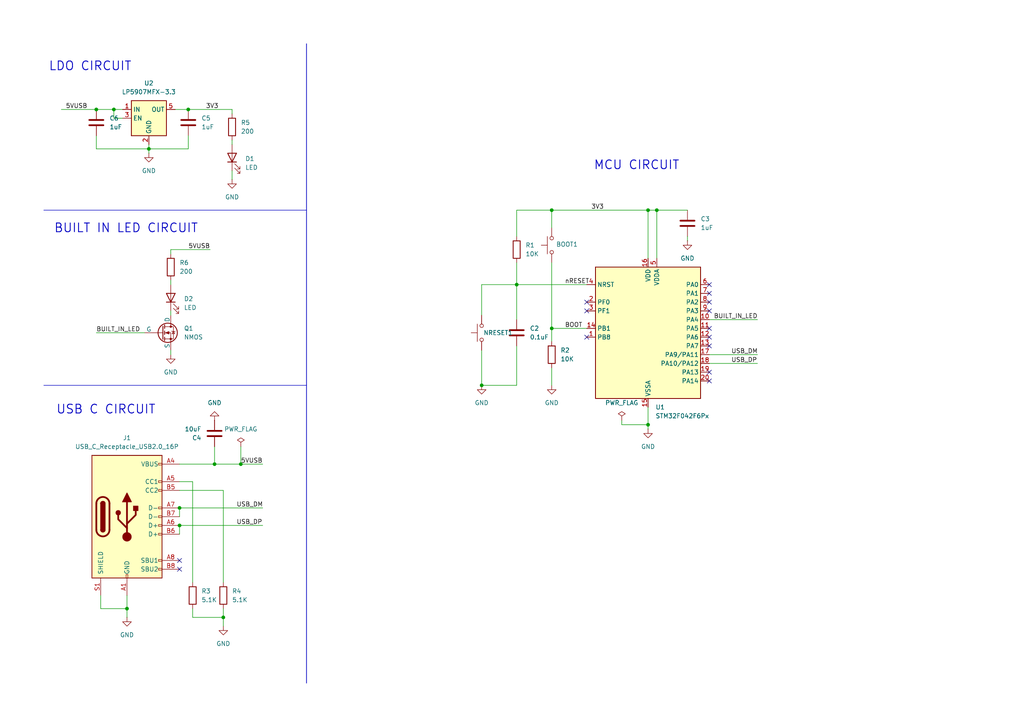
<source format=kicad_sch>
(kicad_sch (version 20250114) (generator "eeschema") (generator_version "9.0")
  (paper "A4")
  (title_block (title "CUSTOM STM32F04 BOARD") (date "2025-12-07") (rev "1") (comment 1 "By PUTSHU LUNGHE Samuel"))
  (lib_symbols
    (symbol "Connector:USB_C_Receptacle_USB2.0_16P" (pin_names (offset 1.016))
      (property "Reference" "J" (at 0 22.225 0))
      (property "Value" "USB_C_Receptacle_USB2.0_16P" (at 0 19.685 0))
      (symbol "USB_C_Receptacle_USB2.0_16P_0_0"
        (rectangle (start -0.254 -17.78) (end 0.254 -16.764))
        (rectangle (start 10.16 15.494) (end 9.144 14.986))
        (rectangle (start 10.16 10.414) (end 9.144 9.906))
        (rectangle (start 10.16 7.874) (end 9.144 7.366))
        (rectangle (start 10.16 2.794) (end 9.144 2.286))
        (rectangle (start 10.16 0.254) (end 9.144 -0.254))
        (rectangle (start 10.16 -2.286) (end 9.144 -2.794))
        (rectangle (start 10.16 -4.826) (end 9.144 -5.334))
        (rectangle (start 10.16 -12.446) (end 9.144 -12.954))
        (rectangle (start 10.16 -14.986) (end 9.144 -15.494))
      )
      (symbol "USB_C_Receptacle_USB2.0_16P_0_1"
        (rectangle (start -10.16 17.78) (end 10.16 -17.78) (stroke (width 0.254)) (fill (type background)))
        (polyline (pts (xy -8.89 -3.81) (xy -8.89 3.81)) (stroke (width 0.508)))
        (rectangle (start -7.62 -3.81) (end -6.35 3.81) (stroke (width 0.254)) (fill (type outline)))
        (arc (start -7.62 3.81) (mid -6.985 4.4423) (end -6.35 3.81) (stroke (width 0.254)))
        (arc (start -7.62 3.81) (mid -6.985 4.4423) (end -6.35 3.81) (stroke (width 0.254)) (fill (type outline)))
        (arc (start -8.89 3.81) (mid -6.985 5.7067) (end -5.08 3.81) (stroke (width 0.508)))
        (arc (start -5.08 -3.81) (mid -6.985 -5.7067) (end -8.89 -3.81) (stroke (width 0.508)))
        (arc (start -6.35 -3.81) (mid -6.985 -4.4423) (end -7.62 -3.81) (stroke (width 0.254)))
        (arc (start -6.35 -3.81) (mid -6.985 -4.4423) (end -7.62 -3.81) (stroke (width 0.254)) (fill (type outline)))
        (polyline (pts (xy -5.08 3.81) (xy -5.08 -3.81)) (stroke (width 0.508)))
        (circle (center -2.54 1.143) (radius 0.635) (stroke (width 0.254)) (fill (type outline)))
        (polyline (pts (xy -1.27 4.318) (xy 0 6.858) (xy 1.27 4.318) (xy -1.27 4.318)) (stroke (width 0.254)) (fill (type outline)))
        (polyline (pts (xy 0 -2.032) (xy 2.54 0.508) (xy 2.54 1.778)) (stroke (width 0.508)))
        (polyline (pts (xy 0 -3.302) (xy -2.54 -0.762) (xy -2.54 0.508)) (stroke (width 0.508)))
        (polyline (pts (xy 0 -5.842) (xy 0 4.318)) (stroke (width 0.508)))
        (circle (center 0 -5.842) (radius 1.27) (fill (type outline)))
        (rectangle (start 1.905 1.778) (end 3.175 3.048) (stroke (width 0.254)) (fill (type outline)))
      )
      (symbol "USB_C_Receptacle_USB2.0_16P_1_1"
        (pin passive line (at -7.62 -22.86 90) (length 5.08) (name "SHIELD") (number "S1"))
        (pin passive line (at 0 -22.86 90) (length 5.08) (name "GND") (number "A1"))
        (pin passive line (at 0 -22.86 90) (length 5.08) (hide yes) (name "GND") (number "A12"))
        (pin passive line (at 0 -22.86 90) (length 5.08) (hide yes) (name "GND") (number "B1"))
        (pin passive line (at 0 -22.86 90) (length 5.08) (hide yes) (name "GND") (number "B12"))
        (pin passive line (at 15.24 15.24 180) (length 5.08) (name "VBUS") (number "A4"))
        (pin passive line (at 15.24 15.24 180) (length 5.08) (hide yes) (name "VBUS") (number "A9"))
        (pin passive line (at 15.24 15.24 180) (length 5.08) (hide yes) (name "VBUS") (number "B4"))
        (pin passive line (at 15.24 15.24 180) (length 5.08) (hide yes) (name "VBUS") (number "B9"))
        (pin bidirectional line (at 15.24 10.16 180) (length 5.08) (name "CC1") (number "A5"))
        (pin bidirectional line (at 15.24 7.62 180) (length 5.08) (name "CC2") (number "B5"))
        (pin bidirectional line (at 15.24 2.54 180) (length 5.08) (name "D-") (number "A7"))
        (pin bidirectional line (at 15.24 0 180) (length 5.08) (name "D-") (number "B7"))
        (pin bidirectional line (at 15.24 -2.54 180) (length 5.08) (name "D+") (number "A6"))
        (pin bidirectional line (at 15.24 -5.08 180) (length 5.08) (name "D+") (number "B6"))
        (pin bidirectional line (at 15.24 -12.7 180) (length 5.08) (name "SBU1") (number "A8"))
        (pin bidirectional line (at 15.24 -15.24 180) (length 5.08) (name "SBU2") (number "B8"))
      )
    )
    (symbol "Device:C" (pin_numbers (hide yes)) (pin_names (offset 0.254))
      (property "Reference" "C" (at 0.635 2.54 0))
      (property "Value" "C" (at 0.635 -2.54 0))
      (symbol "C_0_1"
        (polyline (pts (xy -2.032 0.762) (xy 2.032 0.762)) (stroke (width 0.508)))
        (polyline (pts (xy -2.032 -0.762) (xy 2.032 -0.762)) (stroke (width 0.508)))
      )
      (symbol "C_1_1"
        (pin passive line (at 0 3.81 270) (length 2.794) (name "~") (number "1"))
        (pin passive line (at 0 -3.81 90) (length 2.794) (name "~") (number "2"))
      )
    )
    (symbol "Device:LED" (pin_numbers (hide yes)) (pin_names (offset 1.016) (hide yes))
      (property "Reference" "D" (at 0 2.54 0))
      (property "Value" "LED" (at 0 -2.54 0))
      (symbol "LED_0_1"
        (polyline (pts (xy -3.048 -0.762) (xy -4.572 -2.286) (xy -3.81 -2.286) (xy -4.572 -2.286) (xy -4.572 -1.524)))
        (polyline (pts (xy -1.778 -0.762) (xy -3.302 -2.286) (xy -2.54 -2.286) (xy -3.302 -2.286) (xy -3.302 -1.524)))
        (polyline (pts (xy -1.27 0) (xy 1.27 0)))
        (polyline (pts (xy -1.27 -1.27) (xy -1.27 1.27)) (stroke (width 0.254)))
        (polyline (pts (xy 1.27 -1.27) (xy 1.27 1.27) (xy -1.27 0) (xy 1.27 -1.27)) (stroke (width 0.254)))
      )
      (symbol "LED_1_1"
        (pin passive line (at -3.81 0 0) (length 2.54) (name "K") (number "1"))
        (pin passive line (at 3.81 0 180) (length 2.54) (name "A") (number "2"))
      )
    )
    (symbol "Device:R" (pin_numbers (hide yes)) (pin_names (offset 0))
      (property "Reference" "R" (at 2.032 0 90))
      (property "Value" "R" (at 0 0 90))
      (symbol "R_0_1"
        (rectangle (start -1.016 -2.54) (end 1.016 2.54) (stroke (width 0.254)))
      )
      (symbol "R_1_1"
        (pin passive line (at 0 3.81 270) (length 1.27) (name "~") (number "1"))
        (pin passive line (at 0 -3.81 90) (length 1.27) (name "~") (number "2"))
      )
    )
    (symbol "MCU_ST_STM32F0:STM32F042F6Px"
      (property "Reference" "U" (at -15.24 21.59 0))
      (property "Value" "STM32F042F6Px" (at 5.08 21.59 0))
      (symbol "STM32F042F6Px_0_1"
        (rectangle (start -15.24 -17.78) (end 15.24 20.32) (stroke (width 0.254)) (fill (type background)))
      )
      (symbol "STM32F042F6Px_1_1"
        (pin input line (at -17.78 15.24 0) (length 2.54) (name "NRST") (number "4"))
        (pin bidirectional line (at -17.78 10.16 0) (length 2.54) (name "PF0") (number "2"))
        (pin bidirectional line (at -17.78 7.62 0) (length 2.54) (name "PF1") (number "3"))
        (pin bidirectional line (at -17.78 2.54 0) (length 2.54) (name "PB1") (number "14"))
        (pin bidirectional line (at -17.78 0 0) (length 2.54) (name "PB8") (number "1"))
        (pin power_in line (at 0 22.86 270) (length 2.54) (name "VDD") (number "16"))
        (pin power_in line (at 0 -20.32 90) (length 2.54) (name "VSSA") (number "15"))
        (pin power_in line (at 2.54 22.86 270) (length 2.54) (name "VDDA") (number "5"))
        (pin bidirectional line (at 17.78 15.24 180) (length 2.54) (name "PA0") (number "6"))
        (pin bidirectional line (at 17.78 12.7 180) (length 2.54) (name "PA1") (number "7"))
        (pin bidirectional line (at 17.78 10.16 180) (length 2.54) (name "PA2") (number "8"))
        (pin bidirectional line (at 17.78 7.62 180) (length 2.54) (name "PA3") (number "9"))
        (pin bidirectional line (at 17.78 5.08 180) (length 2.54) (name "PA4") (number "10"))
        (pin bidirectional line (at 17.78 2.54 180) (length 2.54) (name "PA5") (number "11"))
        (pin bidirectional line (at 17.78 0 180) (length 2.54) (name "PA6") (number "12"))
        (pin bidirectional line (at 17.78 -2.54 180) (length 2.54) (name "PA7") (number "13"))
        (pin bidirectional line (at 17.78 -5.08 180) (length 2.54) (name "PA9/PA11") (number "17"))
        (pin bidirectional line (at 17.78 -7.62 180) (length 2.54) (name "PA10/PA12") (number "18"))
        (pin bidirectional line (at 17.78 -10.16 180) (length 2.54) (name "PA13") (number "19"))
        (pin bidirectional line (at 17.78 -12.7 180) (length 2.54) (name "PA14") (number "20"))
      )
    )
    (symbol "Regulator_Linear:LP5907MFX-3.3"
      (property "Reference" "U" (at -3.81 6.35 0))
      (property "Value" "LP5907MFX-3.3" (at 6.35 6.35 0))
      (symbol "LP5907MFX-3.3_0_1"
        (rectangle (start -5.08 -5.08) (end 5.08 5.08) (stroke (width 0.254)) (fill (type background)))
        (pin power_in line (at -7.62 2.54 0) (length 2.54) (name "IN") (number "1"))
        (pin input line (at -7.62 0 0) (length 2.54) (name "EN") (number "3"))
        (pin power_in line (at 0 -7.62 90) (length 2.54) (name "GND") (number "2"))
        (pin no_connect line (at 5.08 0 180) (length 2.54) (hide yes) (name "NC") (number "4"))
        (pin power_out line (at 7.62 2.54 180) (length 2.54) (name "OUT") (number "5"))
      )
    )
    (symbol "Simulation_SPICE:NMOS" (pin_numbers (hide yes)) (pin_names (offset 0))
      (property "Reference" "Q" (at 5.08 1.27 0))
      (property "Value" "NMOS" (at 5.08 -1.27 0))
      (symbol "NMOS_0_1"
        (polyline (pts (xy 0.254 1.905) (xy 0.254 -1.905)) (stroke (width 0.254)))
        (polyline (pts (xy 0.254 0) (xy -2.54 0)))
        (polyline (pts (xy 0.762 2.286) (xy 0.762 1.27)) (stroke (width 0.254)))
        (polyline (pts (xy 0.762 0.508) (xy 0.762 -0.508)) (stroke (width 0.254)))
        (polyline (pts (xy 0.762 -1.27) (xy 0.762 -2.286)) (stroke (width 0.254)))
        (polyline (pts (xy 0.762 -1.778) (xy 3.302 -1.778) (xy 3.302 1.778) (xy 0.762 1.778)))
        (polyline (pts (xy 1.016 0) (xy 2.032 0.381) (xy 2.032 -0.381) (xy 1.016 0)) (fill (type outline)))
        (circle (center 1.651 0) (radius 2.794) (stroke (width 0.254)))
        (polyline (pts (xy 2.54 2.54) (xy 2.54 1.778)))
        (circle (center 2.54 1.778) (radius 0.254) (fill (type outline)))
        (circle (center 2.54 -1.778) (radius 0.254) (fill (type outline)))
        (polyline (pts (xy 2.54 -2.54) (xy 2.54 0) (xy 0.762 0)))
        (polyline (pts (xy 2.794 0.508) (xy 2.921 0.381) (xy 3.683 0.381) (xy 3.81 0.254)))
        (polyline (pts (xy 3.302 0.381) (xy 2.921 -0.254) (xy 3.683 -0.254) (xy 3.302 0.381)))
      )
      (symbol "NMOS_1_1"
        (pin input line (at -5.08 0 0) (length 2.54) (name "G") (number "2"))
        (pin passive line (at 2.54 5.08 270) (length 2.54) (name "D") (number "1"))
        (pin passive line (at 2.54 -5.08 90) (length 2.54) (name "S") (number "3"))
      )
    )
    (symbol "Switch:SW_Push" (pin_numbers (hide yes)) (pin_names (offset 1.016) (hide yes))
      (property "Reference" "SW" (at 1.27 2.54 0))
      (property "Value" "SW_Push" (at 0 -1.524 0))
      (symbol "SW_Push_0_1"
        (circle (center -2.032 0) (radius 0.508))
        (polyline (pts (xy 0 1.27) (xy 0 3.048)))
        (circle (center 2.032 0) (radius 0.508))
        (polyline (pts (xy 2.54 1.27) (xy -2.54 1.27)))
        (pin passive line (at -5.08 0 0) (length 2.54) (name "1") (number "1"))
        (pin passive line (at 5.08 0 180) (length 2.54) (name "2") (number "2"))
      )
    )
    (symbol "power:GND" (power) (pin_numbers (hide yes)) (pin_names (offset 0) (hide yes))
      (property "Value" "GND" (at 0 -3.81 0))
      (symbol "GND_0_1"
        (polyline (pts (xy 0 0) (xy 0 -1.27) (xy 1.27 -1.27) (xy 0 -2.54) (xy -1.27 -1.27) (xy 0 -1.27)))
      )
      (symbol "GND_1_1"
        (pin power_in line (at 0 0 270) (length 0) (name "~") (number "1"))
      )
    )
    (symbol "power:PWR_FLAG" (power) (pin_numbers (hide yes)) (pin_names (offset 0) (hide yes))
      (property "Value" "PWR_FLAG" (at 0 3.81 0))
      (symbol "PWR_FLAG_0_0"
        (pin power_out line (at 0 0 90) (length 0) (name "~") (number "1"))
      )
      (symbol "PWR_FLAG_0_1"
        (polyline (pts (xy 0 0) (xy 0 1.27) (xy -1.016 1.905) (xy 0 2.54) (xy 1.016 1.905) (xy 0 1.27)))
      )
    )
  )
  (text "LDO CIRCUIT" (at 26.162 19.304 0) (effects (font (size 2.54 2.54) (thickness 0.254) (bold yes))))
  (text "MCU CIRCUIT" (at 184.658 48.006 0) (effects (font (size 2.54 2.54) (thickness 0.254) (bold yes))))
  (text "BUILT IN LED CIRCUIT" (at 36.576 66.294 0) (effects (font (size 2.54 2.54) (thickness 0.254) (bold yes))))
  (text "USB C CIRCUIT" (at 30.734 118.872 0) (effects (font (size 2.54 2.54) (thickness 0.254) (bold yes))))
  (junction (at 52.07 147.32))
  (junction (at 160.02 95.25))
  (junction (at 43.18 43.18))
  (junction (at 160.02 60.96))
  (junction (at 54.61 31.75))
  (junction (at 187.96 123.19))
  (junction (at 62.23 134.62))
  (junction (at 33.02 31.75))
  (junction (at 69.85 134.62))
  (junction (at 27.94 31.75))
  (junction (at 52.07 152.4))
  (junction (at 64.77 179.07))
  (junction (at 36.83 176.53))
  (junction (at 139.7 111.76))
  (junction (at 187.96 60.96))
  (junction (at 190.5 60.96))
  (junction (at 149.86 82.55))
  (no_connect (at 205.74 110.49))
  (no_connect (at 205.74 82.55))
  (no_connect (at 170.18 97.79))
  (no_connect (at 205.74 107.95))
  (no_connect (at 205.74 87.63))
  (no_connect (at 170.18 87.63))
  (no_connect (at 52.07 162.56))
  (no_connect (at 52.07 165.1))
  (no_connect (at 205.74 90.17))
  (no_connect (at 170.18 90.17))
  (no_connect (at 205.74 97.79))
  (no_connect (at 205.74 100.33))
  (no_connect (at 205.74 85.09))
  (no_connect (at 205.74 95.25))
  (wire (pts (xy 29.21 176.53) (xy 36.83 176.53)))
  (wire (pts (xy 49.53 90.17) (xy 49.53 91.44)))
  (wire (pts (xy 33.02 34.29) (xy 33.02 31.75)))
  (wire (pts (xy 55.88 168.91) (xy 55.88 139.7)))
  (wire (pts (xy 55.88 179.07) (xy 64.77 179.07)))
  (wire (pts (xy 187.96 60.96) (xy 187.96 74.93)))
  (wire (pts (xy 64.77 176.53) (xy 64.77 179.07)))
  (wire (pts (xy 187.96 123.19) (xy 187.96 124.46)))
  (wire (pts (xy 54.61 31.75) (xy 67.31 31.75)))
  (wire (pts (xy 67.31 33.02) (xy 67.31 31.75)))
  (wire (pts (xy 29.21 172.72) (xy 29.21 176.53)))
  (wire (pts (xy 27.94 31.75) (xy 33.02 31.75)))
  (wire (pts (xy 149.86 76.2) (xy 149.86 82.55)))
  (wire (pts (xy 160.02 106.68) (xy 160.02 111.76)))
  (wire (pts (xy 27.94 96.52) (xy 41.91 96.52)))
  (wire (pts (xy 190.5 74.93) (xy 190.5 60.96)))
  (wire (pts (xy 160.02 99.06) (xy 160.02 95.25)))
  (wire (pts (xy 52.07 147.32) (xy 76.2 147.32)))
  (wire (pts (xy 149.86 82.55) (xy 170.18 82.55)))
  (wire (pts (xy 69.85 134.62) (xy 76.2 134.62)))
  (wire (pts (xy 160.02 60.96) (xy 187.96 60.96)))
  (wire (pts (xy 160.02 76.2) (xy 160.02 95.25)))
  (wire (pts (xy 52.07 147.32) (xy 52.07 149.86)))
  (wire (pts (xy 33.02 31.75) (xy 35.56 31.75)))
  (polyline (pts (xy 12.7 60.96) (xy 88.9 60.96)))
  (wire (pts (xy 205.74 105.41) (xy 219.71 105.41)))
  (wire (pts (xy 54.61 39.37) (xy 54.61 43.18)))
  (wire (pts (xy 43.18 41.91) (xy 43.18 43.18)))
  (wire (pts (xy 52.07 152.4) (xy 52.07 154.94)))
  (wire (pts (xy 180.34 121.92) (xy 180.34 123.19)))
  (wire (pts (xy 180.34 123.19) (xy 187.96 123.19)))
  (wire (pts (xy 62.23 134.62) (xy 52.07 134.62)))
  (polyline (pts (xy 12.7 111.76) (xy 88.9 111.76)))
  (wire (pts (xy 49.53 81.28) (xy 49.53 82.55)))
  (wire (pts (xy 49.53 72.39) (xy 60.96 72.39)))
  (wire (pts (xy 27.94 39.37) (xy 27.94 43.18)))
  (wire (pts (xy 160.02 60.96) (xy 160.02 66.04)))
  (wire (pts (xy 49.53 73.66) (xy 49.53 72.39)))
  (wire (pts (xy 33.02 34.29) (xy 35.56 34.29)))
  (wire (pts (xy 52.07 152.4) (xy 76.2 152.4)))
  (wire (pts (xy 27.94 43.18) (xy 43.18 43.18)))
  (wire (pts (xy 139.7 91.44) (xy 139.7 82.55)))
  (wire (pts (xy 67.31 49.53) (xy 67.31 52.07)))
  (wire (pts (xy 160.02 95.25) (xy 170.18 95.25)))
  (wire (pts (xy 149.86 68.58) (xy 149.86 60.96)))
  (wire (pts (xy 67.31 40.64) (xy 67.31 41.91)))
  (wire (pts (xy 139.7 82.55) (xy 149.86 82.55)))
  (wire (pts (xy 139.7 111.76) (xy 149.86 111.76)))
  (wire (pts (xy 199.39 69.85) (xy 199.39 68.58)))
  (wire (pts (xy 17.78 31.75) (xy 27.94 31.75)))
  (wire (pts (xy 205.74 102.87) (xy 219.71 102.87)))
  (wire (pts (xy 50.8 31.75) (xy 54.61 31.75)))
  (wire (pts (xy 36.83 176.53) (xy 36.83 179.07)))
  (wire (pts (xy 149.86 82.55) (xy 149.86 92.71)))
  (wire (pts (xy 64.77 142.24) (xy 64.77 168.91)))
  (wire (pts (xy 36.83 172.72) (xy 36.83 176.53)))
  (wire (pts (xy 149.86 100.33) (xy 149.86 111.76)))
  (wire (pts (xy 52.07 142.24) (xy 64.77 142.24)))
  (wire (pts (xy 190.5 60.96) (xy 187.96 60.96)))
  (wire (pts (xy 43.18 43.18) (xy 43.18 44.45)))
  (wire (pts (xy 55.88 176.53) (xy 55.88 179.07)))
  (wire (pts (xy 139.7 101.6) (xy 139.7 111.76)))
  (wire (pts (xy 64.77 179.07) (xy 64.77 181.61)))
  (wire (pts (xy 62.23 134.62) (xy 69.85 134.62)))
  (wire (pts (xy 205.74 92.71) (xy 219.71 92.71)))
  (wire (pts (xy 190.5 60.96) (xy 199.39 60.96)))
  (wire (pts (xy 54.61 43.18) (xy 43.18 43.18)))
  (wire (pts (xy 149.86 60.96) (xy 160.02 60.96)))
  (wire (pts (xy 62.23 129.54) (xy 62.23 134.62)))
  (wire (pts (xy 187.96 118.11) (xy 187.96 123.19)))
  (wire (pts (xy 49.53 101.6) (xy 49.53 102.87)))
  (wire (pts (xy 55.88 139.7) (xy 52.07 139.7)))
  (wire (pts (xy 69.85 129.54) (xy 69.85 134.62)))
  (polyline (pts (xy 88.9 12.7) (xy 88.9 198.12)) (stroke (width 0.2032) (type solid)))
  (label "3V3" (at 171.45 60.96 0))
  (label "nRESET" (at 163.83 82.55 0))
  (label "5VUSB" (at 19.05 31.75 0))
  (label "USB_DP" (at 68.58 152.4 0))
  (label "5VUSB" (at 54.61 72.39 0))
  (label "BOOT" (at 163.83 95.25 0))
  (label "USB_DM" (at 68.58 147.32 0))
  (label "3V3" (at 59.69 31.75 0))
  (label "BUILT_IN_LED" (at 27.94 96.52 0))
  (label "5VUSB" (at 69.85 134.62 0))
  (label "USB_DM" (at 212.09 102.87 0))
  (label "USB_DP" (at 212.09 105.41 0))
  (label "BUILT_IN_LED" (at 207.01 92.71 0))
  (symbol (lib_id "Device:C") (at 199.39 64.77 0) (unit 1)
    (property "Reference" "C3" (at 203.2 63.4999 0) (effects (justify left)))
    (property "Value" "1uF" (at 203.2 66.0399 0) (effects (justify left)))
    (property "Footprint" "Capacitor_SMD:C_0805_2012Metric" (effects (hide yes)))
    (property "Description" "Unpolarized capacitor" (effects (hide yes)))
  )
  (symbol (lib_id "Simulation_SPICE:NMOS") (at 46.99 96.52 0) (unit 1)
    (property "Reference" "Q1" (at 53.34 95.2499 0) (effects (justify left)))
    (property "Value" "NMOS" (at 53.34 97.7899 0) (effects (justify left)))
    (property "Footprint" "Package_TO_SOT_SMD:SOT-23-3" (effects (hide yes)))
    (property "Datasheet" "https://ngspice.sourceforge.io/docs/ngspice-html-manual/manual.xhtml#cha_MOSFETs" (effects (hide yes)))
    (property "Description" "N-MOSFET transistor, drain/source/gate" (effects (hide yes)))
    (property "Sim.Device" "NMOS" (effects (hide yes)))
    (property "Sim.Type" "VDMOS" (effects (hide yes)))
    (property "Sim.Pins" "1=D 2=G 3=S" (effects (hide yes)))
  )
  (symbol (lib_id "Device:R") (at 67.31 36.83 0) (unit 1)
    (property "Reference" "R5" (at 69.85 35.5599 0) (effects (justify left)))
    (property "Value" "200" (at 69.85 38.0999 0) (effects (justify left)))
    (property "Footprint" "Resistor_SMD:R_0805_2012Metric_Pad1.20x1.40mm_HandSolder" (effects (hide yes)))
    (property "Description" "Resistor" (effects (hide yes)))
  )
  (symbol (lib_id "power:GND") (at 43.18 44.45 0) (unit 1)
    (property "Reference" "#PWR07" (effects (hide yes)))
    (property "Value" "GND" (at 43.18 49.53 0))
    (property "Description" "Power symbol creates a global label with name \"GND\" , ground" (effects (hide yes)))
  )
  (symbol (lib_id "Device:LED") (at 67.31 45.72 90) (unit 1)
    (property "Reference" "D1" (at 71.12 46.0374 90) (effects (justify right)))
    (property "Value" "LED" (at 71.12 48.5774 90) (effects (justify right)))
    (property "Footprint" "LED_SMD:LED_0805_2012Metric_Pad1.15x1.40mm_HandSolder" (effects (hide yes)))
    (property "Description" "Light emitting diode" (effects (hide yes)))
    (property "Sim.Pins" "1=K 2=A" (effects (hide yes)))
  )
  (symbol (lib_id "power:GND") (at 160.02 111.76 0) (unit 1)
    (property "Reference" "#PWR010" (effects (hide yes)))
    (property "Value" "GND" (at 160.02 116.84 0))
    (property "Description" "Power symbol creates a global label with name \"GND\" , ground" (effects (hide yes)))
  )
  (symbol (lib_id "Device:C") (at 54.61 35.56 0) (unit 1)
    (property "Reference" "C5" (at 58.42 34.2899 0) (effects (justify left)))
    (property "Value" "1uF" (at 58.42 36.8299 0) (effects (justify left)))
    (property "Footprint" "Capacitor_SMD:C_0805_2012Metric" (effects (hide yes)))
    (property "Description" "Unpolarized capacitor" (effects (hide yes)))
  )
  (symbol (lib_id "power:PWR_FLAG") (at 69.85 129.54 0) (unit 1)
    (property "Reference" "#FLG01" (effects (hide yes)))
    (property "Value" "PWR_FLAG" (at 69.85 124.46 0))
    (property "Description" "Special symbol for telling ERC where power comes from" (effects (hide yes)))
  )
  (symbol (lib_id "power:GND") (at 187.96 124.46 0) (unit 1)
    (property "Reference" "#PWR02" (effects (hide yes)))
    (property "Value" "GND" (at 187.96 129.54 0))
    (property "Description" "Power symbol creates a global label with name \"GND\" , ground" (effects (hide yes)))
  )
  (symbol (lib_id "power:GND") (at 62.23 121.92 180) (unit 1)
    (property "Reference" "#PWR06" (effects (hide yes)))
    (property "Value" "GND" (at 62.23 116.84 0))
    (property "Description" "Power symbol creates a global label with name \"GND\" , ground" (effects (hide yes)))
  )
  (symbol (lib_id "Device:C") (at 27.94 35.56 0) (unit 1)
    (property "Reference" "C6" (at 31.75 34.2899 0) (effects (justify left)))
    (property "Value" "1uF" (at 31.75 36.8299 0) (effects (justify left)))
    (property "Footprint" "Capacitor_SMD:C_0805_2012Metric" (effects (hide yes)))
    (property "Description" "Unpolarized capacitor" (effects (hide yes)))
  )
  (symbol (lib_id "Switch:SW_Push") (at 160.02 71.12 90) (unit 1)
    (property "Reference" "BOOT1" (at 161.29 70.866 90) (effects (justify right)))
    (property "Value" "SW_Push" (effects (hide yes)))
    (property "Footprint" "Button_Switch_SMD:SW_Push_SPST_NO_Alps_SKRK" (effects (hide yes)))
    (property "Description" "Push button switch, generic, two pins" (effects (hide yes)))
  )
  (symbol (lib_id "MCU_ST_STM32F0:STM32F042F6Px") (at 187.96 97.79 0) (unit 1)
    (property "Reference" "U1" (at 190.1033 118.11 0) (effects (justify left)))
    (property "Value" "STM32F042F6Px" (at 190.1033 120.65 0) (effects (justify left)))
    (property "Footprint" "Package_SO:TSSOP-20_4.4x6.5mm_P0.65mm" (effects (hide yes)))
    (property "Datasheet" "https://www.st.com/resource/en/datasheet/stm32f042f6.pdf" (effects (hide yes)))
    (property "Description" "STMicroelectronics Arm Cortex-M0 MCU, 32KB flash, 6KB RAM, 48 MHz, 2.0-3.6V, 16 GPIO, TSSOP20" (effects (hide yes)))
  )
  (symbol (lib_id "Device:R") (at 64.77 172.72 0) (unit 1)
    (property "Reference" "R4" (at 67.31 171.4499 0) (effects (justify left)))
    (property "Value" "5.1K" (at 67.31 173.9899 0) (effects (justify left)))
    (property "Footprint" "Resistor_SMD:R_0805_2012Metric_Pad1.20x1.40mm_HandSolder" (effects (hide yes)))
    (property "Description" "Resistor" (effects (hide yes)))
  )
  (symbol (lib_id "power:GND") (at 49.53 102.87 0) (unit 1)
    (property "Reference" "#PWR09" (effects (hide yes)))
    (property "Value" "GND" (at 49.53 107.95 0))
    (property "Description" "Power symbol creates a global label with name \"GND\" , ground" (effects (hide yes)))
  )
  (symbol (lib_id "Regulator_Linear:LP5907MFX-3.3") (at 43.18 34.29 0) (unit 1)
    (property "Reference" "U2" (at 43.18 24.13 0))
    (property "Value" "LP5907MFX-3.3" (at 43.18 26.67 0))
    (property "Footprint" "Package_TO_SOT_SMD:SOT-23-5" (effects (hide yes)))
    (property "Datasheet" "http://www.ti.com/lit/ds/symlink/lp5907.pdf" (effects (hide yes)))
    (property "Description" "250-mA Ultra-Low-Noise Low-IQ LDO, 3.3V, SOT-23" (effects (hide yes)))
  )
  (symbol (lib_id "Device:C") (at 62.23 125.73 180) (unit 1)
    (property "Reference" "C4" (at 58.42 127.0001 0) (effects (justify left)))
    (property "Value" "10uF" (at 58.42 124.4601 0) (effects (justify left)))
    (property "Footprint" "Capacitor_SMD:C_0805_2012Metric" (effects (hide yes)))
    (property "Description" "Unpolarized capacitor" (effects (hide yes)))
  )
  (symbol (lib_id "power:GND") (at 36.83 179.07 0) (unit 1)
    (property "Reference" "#PWR04" (effects (hide yes)))
    (property "Value" "GND" (at 36.83 184.15 0))
    (property "Description" "Power symbol creates a global label with name \"GND\" , ground" (effects (hide yes)))
  )
  (symbol (lib_id "Device:C") (at 149.86 96.52 0) (unit 1)
    (property "Reference" "C2" (at 153.67 95.2499 0) (effects (justify left)))
    (property "Value" "0.1uF" (at 153.67 97.7899 0) (effects (justify left)))
    (property "Footprint" "Capacitor_SMD:C_0805_2012Metric" (effects (hide yes)))
    (property "Description" "Unpolarized capacitor" (effects (hide yes)))
  )
  (symbol (lib_id "Device:R") (at 149.86 72.39 0) (unit 1)
    (property "Reference" "R1" (at 152.4 71.1199 0) (effects (justify left)))
    (property "Value" "10K" (at 152.4 73.6599 0) (effects (justify left)))
    (property "Footprint" "Resistor_SMD:R_0805_2012Metric_Pad1.20x1.40mm_HandSolder" (effects (hide yes)))
    (property "Description" "Resistor" (effects (hide yes)))
  )
  (symbol (lib_id "Connector:USB_C_Receptacle_USB2.0_16P") (at 36.83 149.86 0) (unit 1)
    (property "Reference" "J1" (at 36.83 127 0))
    (property "Value" "USB_C_Receptacle_USB2.0_16P" (at 36.83 129.54 0))
    (property "Footprint" "Connector_USB:USB_C_Receptacle_GCT_USB4105-xx-A_16P_TopMnt_Horizontal" (effects (hide yes)))
    (property "Datasheet" "https://www.usb.org/sites/default/files/documents/usb_type-c.zip" (effects (hide yes)))
    (property "Description" "USB 2.0-only 16P Type-C Receptacle connector" (effects (hide yes)))
  )
  (symbol (lib_id "Device:R") (at 55.88 172.72 0) (unit 1)
    (property "Reference" "R3" (at 58.42 171.4499 0) (effects (justify left)))
    (property "Value" "5.1K" (at 58.42 173.9899 0) (effects (justify left)))
    (property "Footprint" "Resistor_SMD:R_0805_2012Metric_Pad1.20x1.40mm_HandSolder" (effects (hide yes)))
    (property "Description" "Resistor" (effects (hide yes)))
  )
  (symbol (lib_id "power:GND") (at 67.31 52.07 0) (unit 1)
    (property "Reference" "#PWR08" (effects (hide yes)))
    (property "Value" "GND" (at 67.31 57.15 0))
    (property "Description" "Power symbol creates a global label with name \"GND\" , ground" (effects (hide yes)))
  )
  (symbol (lib_id "Device:LED") (at 49.53 86.36 90) (unit 1)
    (property "Reference" "D2" (at 53.34 86.6774 90) (effects (justify right)))
    (property "Value" "LED" (at 53.34 89.2174 90) (effects (justify right)))
    (property "Footprint" "LED_SMD:LED_0805_2012Metric_Pad1.15x1.40mm_HandSolder" (effects (hide yes)))
    (property "Description" "Light emitting diode" (effects (hide yes)))
    (property "Sim.Pins" "1=K 2=A" (effects (hide yes)))
  )
  (symbol (lib_id "power:GND") (at 64.77 181.61 0) (unit 1)
    (property "Reference" "#PWR05" (effects (hide yes)))
    (property "Value" "GND" (at 64.77 186.69 0))
    (property "Description" "Power symbol creates a global label with name \"GND\" , ground" (effects (hide yes)))
  )
  (symbol (lib_id "power:PWR_FLAG") (at 180.34 121.92 0) (unit 1)
    (property "Reference" "#FLG02" (effects (hide yes)))
    (property "Value" "PWR_FLAG" (at 180.34 116.84 0))
    (property "Description" "Special symbol for telling ERC where power comes from" (effects (hide yes)))
  )
  (symbol (lib_id "power:GND") (at 139.7 111.76 0) (unit 1)
    (property "Reference" "#PWR011" (effects (hide yes)))
    (property "Value" "GND" (at 139.7 116.84 0))
    (property "Description" "Power symbol creates a global label with name \"GND\" , ground" (effects (hide yes)))
  )
  (symbol (lib_id "Switch:SW_Push") (at 139.7 96.52 90) (unit 1)
    (property "Reference" "NRESET1" (at 140.208 96.52 90) (effects (justify right)))
    (property "Value" "SW_Push" (effects (hide yes)))
    (property "Footprint" "Button_Switch_SMD:SW_Push_SPST_NO_Alps_SKRK" (effects (hide yes)))
    (property "Description" "Push button switch, generic, two pins" (effects (hide yes)))
  )
  (symbol (lib_id "Device:R") (at 160.02 102.87 0) (unit 1)
    (property "Reference" "R2" (at 162.56 101.5999 0) (effects (justify left)))
    (property "Value" "10K" (at 162.56 104.1399 0) (effects (justify left)))
    (property "Footprint" "Resistor_SMD:R_0805_2012Metric_Pad1.20x1.40mm_HandSolder" (effects (hide yes)))
    (property "Description" "Resistor" (effects (hide yes)))
  )
  (symbol (lib_id "power:GND") (at 199.39 69.85 0) (unit 1)
    (property "Reference" "#PWR03" (effects (hide yes)))
    (property "Value" "GND" (at 199.39 74.93 0))
    (property "Description" "Power symbol creates a global label with name \"GND\" , ground" (effects (hide yes)))
  )
  (symbol (lib_id "Device:R") (at 49.53 77.47 0) (unit 1)
    (property "Reference" "R6" (at 52.07 76.1999 0) (effects (justify left)))
    (property "Value" "200" (at 52.07 78.7399 0) (effects (justify left)))
    (property "Footprint" "Resistor_SMD:R_0805_2012Metric_Pad1.20x1.40mm_HandSolder" (effects (hide yes)))
    (property "Description" "Resistor" (effects (hide yes)))
  )
)
</source>
